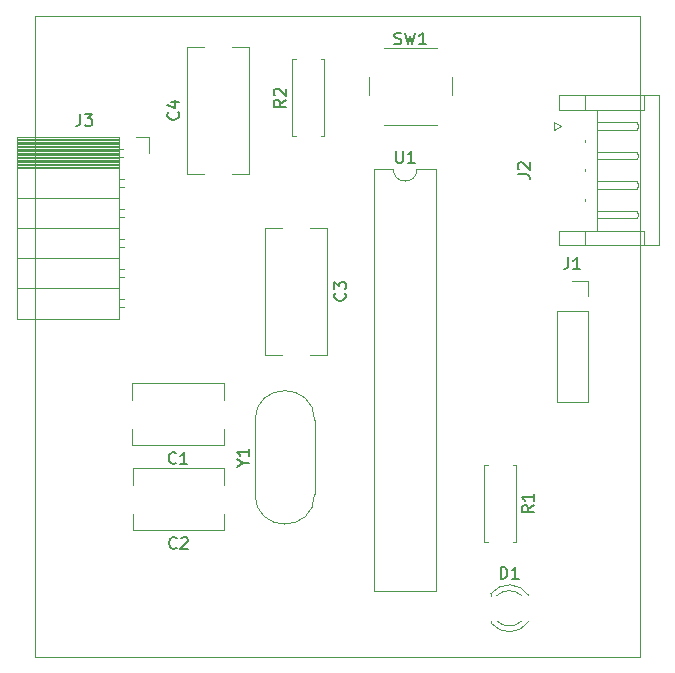
<source format=gbr>
%TF.GenerationSoftware,KiCad,Pcbnew,9.0.1*%
%TF.CreationDate,2025-06-16T22:26:20+01:00*%
%TF.ProjectId,Test_2,54657374-5f32-42e6-9b69-6361645f7063,rev?*%
%TF.SameCoordinates,Original*%
%TF.FileFunction,Legend,Top*%
%TF.FilePolarity,Positive*%
%FSLAX46Y46*%
G04 Gerber Fmt 4.6, Leading zero omitted, Abs format (unit mm)*
G04 Created by KiCad (PCBNEW 9.0.1) date 2025-06-16 22:26:20*
%MOMM*%
%LPD*%
G01*
G04 APERTURE LIST*
%ADD10C,0.150000*%
%ADD11C,0.120000*%
%TA.AperFunction,Profile*%
%ADD12C,0.050000*%
%TD*%
G04 APERTURE END LIST*
D10*
X142263905Y-106714819D02*
X142263905Y-105714819D01*
X142263905Y-105714819D02*
X142502000Y-105714819D01*
X142502000Y-105714819D02*
X142644857Y-105762438D01*
X142644857Y-105762438D02*
X142740095Y-105857676D01*
X142740095Y-105857676D02*
X142787714Y-105952914D01*
X142787714Y-105952914D02*
X142835333Y-106143390D01*
X142835333Y-106143390D02*
X142835333Y-106286247D01*
X142835333Y-106286247D02*
X142787714Y-106476723D01*
X142787714Y-106476723D02*
X142740095Y-106571961D01*
X142740095Y-106571961D02*
X142644857Y-106667200D01*
X142644857Y-106667200D02*
X142502000Y-106714819D01*
X142502000Y-106714819D02*
X142263905Y-106714819D01*
X143787714Y-106714819D02*
X143216286Y-106714819D01*
X143502000Y-106714819D02*
X143502000Y-105714819D01*
X143502000Y-105714819D02*
X143406762Y-105857676D01*
X143406762Y-105857676D02*
X143311524Y-105952914D01*
X143311524Y-105952914D02*
X143216286Y-106000533D01*
X143726819Y-72469333D02*
X144441104Y-72469333D01*
X144441104Y-72469333D02*
X144583961Y-72516952D01*
X144583961Y-72516952D02*
X144679200Y-72612190D01*
X144679200Y-72612190D02*
X144726819Y-72755047D01*
X144726819Y-72755047D02*
X144726819Y-72850285D01*
X143822057Y-72040761D02*
X143774438Y-71993142D01*
X143774438Y-71993142D02*
X143726819Y-71897904D01*
X143726819Y-71897904D02*
X143726819Y-71659809D01*
X143726819Y-71659809D02*
X143774438Y-71564571D01*
X143774438Y-71564571D02*
X143822057Y-71516952D01*
X143822057Y-71516952D02*
X143917295Y-71469333D01*
X143917295Y-71469333D02*
X144012533Y-71469333D01*
X144012533Y-71469333D02*
X144155390Y-71516952D01*
X144155390Y-71516952D02*
X144726819Y-72088380D01*
X144726819Y-72088380D02*
X144726819Y-71469333D01*
X114973580Y-67222666D02*
X115021200Y-67270285D01*
X115021200Y-67270285D02*
X115068819Y-67413142D01*
X115068819Y-67413142D02*
X115068819Y-67508380D01*
X115068819Y-67508380D02*
X115021200Y-67651237D01*
X115021200Y-67651237D02*
X114925961Y-67746475D01*
X114925961Y-67746475D02*
X114830723Y-67794094D01*
X114830723Y-67794094D02*
X114640247Y-67841713D01*
X114640247Y-67841713D02*
X114497390Y-67841713D01*
X114497390Y-67841713D02*
X114306914Y-67794094D01*
X114306914Y-67794094D02*
X114211676Y-67746475D01*
X114211676Y-67746475D02*
X114116438Y-67651237D01*
X114116438Y-67651237D02*
X114068819Y-67508380D01*
X114068819Y-67508380D02*
X114068819Y-67413142D01*
X114068819Y-67413142D02*
X114116438Y-67270285D01*
X114116438Y-67270285D02*
X114164057Y-67222666D01*
X114402152Y-66365523D02*
X115068819Y-66365523D01*
X114021200Y-66603618D02*
X114735485Y-66841713D01*
X114735485Y-66841713D02*
X114735485Y-66222666D01*
X148002666Y-79488819D02*
X148002666Y-80203104D01*
X148002666Y-80203104D02*
X147955047Y-80345961D01*
X147955047Y-80345961D02*
X147859809Y-80441200D01*
X147859809Y-80441200D02*
X147716952Y-80488819D01*
X147716952Y-80488819D02*
X147621714Y-80488819D01*
X149002666Y-80488819D02*
X148431238Y-80488819D01*
X148716952Y-80488819D02*
X148716952Y-79488819D01*
X148716952Y-79488819D02*
X148621714Y-79631676D01*
X148621714Y-79631676D02*
X148526476Y-79726914D01*
X148526476Y-79726914D02*
X148431238Y-79774533D01*
X114833333Y-104109580D02*
X114785714Y-104157200D01*
X114785714Y-104157200D02*
X114642857Y-104204819D01*
X114642857Y-104204819D02*
X114547619Y-104204819D01*
X114547619Y-104204819D02*
X114404762Y-104157200D01*
X114404762Y-104157200D02*
X114309524Y-104061961D01*
X114309524Y-104061961D02*
X114261905Y-103966723D01*
X114261905Y-103966723D02*
X114214286Y-103776247D01*
X114214286Y-103776247D02*
X114214286Y-103633390D01*
X114214286Y-103633390D02*
X114261905Y-103442914D01*
X114261905Y-103442914D02*
X114309524Y-103347676D01*
X114309524Y-103347676D02*
X114404762Y-103252438D01*
X114404762Y-103252438D02*
X114547619Y-103204819D01*
X114547619Y-103204819D02*
X114642857Y-103204819D01*
X114642857Y-103204819D02*
X114785714Y-103252438D01*
X114785714Y-103252438D02*
X114833333Y-103300057D01*
X115214286Y-103300057D02*
X115261905Y-103252438D01*
X115261905Y-103252438D02*
X115357143Y-103204819D01*
X115357143Y-103204819D02*
X115595238Y-103204819D01*
X115595238Y-103204819D02*
X115690476Y-103252438D01*
X115690476Y-103252438D02*
X115738095Y-103300057D01*
X115738095Y-103300057D02*
X115785714Y-103395295D01*
X115785714Y-103395295D02*
X115785714Y-103490533D01*
X115785714Y-103490533D02*
X115738095Y-103633390D01*
X115738095Y-103633390D02*
X115166667Y-104204819D01*
X115166667Y-104204819D02*
X115785714Y-104204819D01*
X114783333Y-96909580D02*
X114735714Y-96957200D01*
X114735714Y-96957200D02*
X114592857Y-97004819D01*
X114592857Y-97004819D02*
X114497619Y-97004819D01*
X114497619Y-97004819D02*
X114354762Y-96957200D01*
X114354762Y-96957200D02*
X114259524Y-96861961D01*
X114259524Y-96861961D02*
X114211905Y-96766723D01*
X114211905Y-96766723D02*
X114164286Y-96576247D01*
X114164286Y-96576247D02*
X114164286Y-96433390D01*
X114164286Y-96433390D02*
X114211905Y-96242914D01*
X114211905Y-96242914D02*
X114259524Y-96147676D01*
X114259524Y-96147676D02*
X114354762Y-96052438D01*
X114354762Y-96052438D02*
X114497619Y-96004819D01*
X114497619Y-96004819D02*
X114592857Y-96004819D01*
X114592857Y-96004819D02*
X114735714Y-96052438D01*
X114735714Y-96052438D02*
X114783333Y-96100057D01*
X115735714Y-97004819D02*
X115164286Y-97004819D01*
X115450000Y-97004819D02*
X115450000Y-96004819D01*
X115450000Y-96004819D02*
X115354762Y-96147676D01*
X115354762Y-96147676D02*
X115259524Y-96242914D01*
X115259524Y-96242914D02*
X115164286Y-96290533D01*
X145064819Y-100496666D02*
X144588628Y-100829999D01*
X145064819Y-101068094D02*
X144064819Y-101068094D01*
X144064819Y-101068094D02*
X144064819Y-100687142D01*
X144064819Y-100687142D02*
X144112438Y-100591904D01*
X144112438Y-100591904D02*
X144160057Y-100544285D01*
X144160057Y-100544285D02*
X144255295Y-100496666D01*
X144255295Y-100496666D02*
X144398152Y-100496666D01*
X144398152Y-100496666D02*
X144493390Y-100544285D01*
X144493390Y-100544285D02*
X144541009Y-100591904D01*
X144541009Y-100591904D02*
X144588628Y-100687142D01*
X144588628Y-100687142D02*
X144588628Y-101068094D01*
X145064819Y-99544285D02*
X145064819Y-100115713D01*
X145064819Y-99829999D02*
X144064819Y-99829999D01*
X144064819Y-99829999D02*
X144207676Y-99925237D01*
X144207676Y-99925237D02*
X144302914Y-100020475D01*
X144302914Y-100020475D02*
X144350533Y-100115713D01*
X124068819Y-66166666D02*
X123592628Y-66499999D01*
X124068819Y-66738094D02*
X123068819Y-66738094D01*
X123068819Y-66738094D02*
X123068819Y-66357142D01*
X123068819Y-66357142D02*
X123116438Y-66261904D01*
X123116438Y-66261904D02*
X123164057Y-66214285D01*
X123164057Y-66214285D02*
X123259295Y-66166666D01*
X123259295Y-66166666D02*
X123402152Y-66166666D01*
X123402152Y-66166666D02*
X123497390Y-66214285D01*
X123497390Y-66214285D02*
X123545009Y-66261904D01*
X123545009Y-66261904D02*
X123592628Y-66357142D01*
X123592628Y-66357142D02*
X123592628Y-66738094D01*
X123164057Y-65785713D02*
X123116438Y-65738094D01*
X123116438Y-65738094D02*
X123068819Y-65642856D01*
X123068819Y-65642856D02*
X123068819Y-65404761D01*
X123068819Y-65404761D02*
X123116438Y-65309523D01*
X123116438Y-65309523D02*
X123164057Y-65261904D01*
X123164057Y-65261904D02*
X123259295Y-65214285D01*
X123259295Y-65214285D02*
X123354533Y-65214285D01*
X123354533Y-65214285D02*
X123497390Y-65261904D01*
X123497390Y-65261904D02*
X124068819Y-65833332D01*
X124068819Y-65833332D02*
X124068819Y-65214285D01*
X133286667Y-61431200D02*
X133429524Y-61478819D01*
X133429524Y-61478819D02*
X133667619Y-61478819D01*
X133667619Y-61478819D02*
X133762857Y-61431200D01*
X133762857Y-61431200D02*
X133810476Y-61383580D01*
X133810476Y-61383580D02*
X133858095Y-61288342D01*
X133858095Y-61288342D02*
X133858095Y-61193104D01*
X133858095Y-61193104D02*
X133810476Y-61097866D01*
X133810476Y-61097866D02*
X133762857Y-61050247D01*
X133762857Y-61050247D02*
X133667619Y-61002628D01*
X133667619Y-61002628D02*
X133477143Y-60955009D01*
X133477143Y-60955009D02*
X133381905Y-60907390D01*
X133381905Y-60907390D02*
X133334286Y-60859771D01*
X133334286Y-60859771D02*
X133286667Y-60764533D01*
X133286667Y-60764533D02*
X133286667Y-60669295D01*
X133286667Y-60669295D02*
X133334286Y-60574057D01*
X133334286Y-60574057D02*
X133381905Y-60526438D01*
X133381905Y-60526438D02*
X133477143Y-60478819D01*
X133477143Y-60478819D02*
X133715238Y-60478819D01*
X133715238Y-60478819D02*
X133858095Y-60526438D01*
X134191429Y-60478819D02*
X134429524Y-61478819D01*
X134429524Y-61478819D02*
X134620000Y-60764533D01*
X134620000Y-60764533D02*
X134810476Y-61478819D01*
X134810476Y-61478819D02*
X135048572Y-60478819D01*
X135953333Y-61478819D02*
X135381905Y-61478819D01*
X135667619Y-61478819D02*
X135667619Y-60478819D01*
X135667619Y-60478819D02*
X135572381Y-60621676D01*
X135572381Y-60621676D02*
X135477143Y-60716914D01*
X135477143Y-60716914D02*
X135381905Y-60764533D01*
X133428095Y-70504819D02*
X133428095Y-71314342D01*
X133428095Y-71314342D02*
X133475714Y-71409580D01*
X133475714Y-71409580D02*
X133523333Y-71457200D01*
X133523333Y-71457200D02*
X133618571Y-71504819D01*
X133618571Y-71504819D02*
X133809047Y-71504819D01*
X133809047Y-71504819D02*
X133904285Y-71457200D01*
X133904285Y-71457200D02*
X133951904Y-71409580D01*
X133951904Y-71409580D02*
X133999523Y-71314342D01*
X133999523Y-71314342D02*
X133999523Y-70504819D01*
X134999523Y-71504819D02*
X134428095Y-71504819D01*
X134713809Y-71504819D02*
X134713809Y-70504819D01*
X134713809Y-70504819D02*
X134618571Y-70647676D01*
X134618571Y-70647676D02*
X134523333Y-70742914D01*
X134523333Y-70742914D02*
X134428095Y-70790533D01*
X129077580Y-82542666D02*
X129125200Y-82590285D01*
X129125200Y-82590285D02*
X129172819Y-82733142D01*
X129172819Y-82733142D02*
X129172819Y-82828380D01*
X129172819Y-82828380D02*
X129125200Y-82971237D01*
X129125200Y-82971237D02*
X129029961Y-83066475D01*
X129029961Y-83066475D02*
X128934723Y-83114094D01*
X128934723Y-83114094D02*
X128744247Y-83161713D01*
X128744247Y-83161713D02*
X128601390Y-83161713D01*
X128601390Y-83161713D02*
X128410914Y-83114094D01*
X128410914Y-83114094D02*
X128315676Y-83066475D01*
X128315676Y-83066475D02*
X128220438Y-82971237D01*
X128220438Y-82971237D02*
X128172819Y-82828380D01*
X128172819Y-82828380D02*
X128172819Y-82733142D01*
X128172819Y-82733142D02*
X128220438Y-82590285D01*
X128220438Y-82590285D02*
X128268057Y-82542666D01*
X128172819Y-82209332D02*
X128172819Y-81590285D01*
X128172819Y-81590285D02*
X128553771Y-81923618D01*
X128553771Y-81923618D02*
X128553771Y-81780761D01*
X128553771Y-81780761D02*
X128601390Y-81685523D01*
X128601390Y-81685523D02*
X128649009Y-81637904D01*
X128649009Y-81637904D02*
X128744247Y-81590285D01*
X128744247Y-81590285D02*
X128982342Y-81590285D01*
X128982342Y-81590285D02*
X129077580Y-81637904D01*
X129077580Y-81637904D02*
X129125200Y-81685523D01*
X129125200Y-81685523D02*
X129172819Y-81780761D01*
X129172819Y-81780761D02*
X129172819Y-82066475D01*
X129172819Y-82066475D02*
X129125200Y-82161713D01*
X129125200Y-82161713D02*
X129077580Y-82209332D01*
X120453628Y-96916190D02*
X120929819Y-96916190D01*
X119929819Y-97249523D02*
X120453628Y-96916190D01*
X120453628Y-96916190D02*
X119929819Y-96582857D01*
X120929819Y-95725714D02*
X120929819Y-96297142D01*
X120929819Y-96011428D02*
X119929819Y-96011428D01*
X119929819Y-96011428D02*
X120072676Y-96106666D01*
X120072676Y-96106666D02*
X120167914Y-96201904D01*
X120167914Y-96201904D02*
X120215533Y-96297142D01*
X106686666Y-67359819D02*
X106686666Y-68074104D01*
X106686666Y-68074104D02*
X106639047Y-68216961D01*
X106639047Y-68216961D02*
X106543809Y-68312200D01*
X106543809Y-68312200D02*
X106400952Y-68359819D01*
X106400952Y-68359819D02*
X106305714Y-68359819D01*
X107067619Y-67359819D02*
X107686666Y-67359819D01*
X107686666Y-67359819D02*
X107353333Y-67740771D01*
X107353333Y-67740771D02*
X107496190Y-67740771D01*
X107496190Y-67740771D02*
X107591428Y-67788390D01*
X107591428Y-67788390D02*
X107639047Y-67836009D01*
X107639047Y-67836009D02*
X107686666Y-67931247D01*
X107686666Y-67931247D02*
X107686666Y-68169342D01*
X107686666Y-68169342D02*
X107639047Y-68264580D01*
X107639047Y-68264580D02*
X107591428Y-68312200D01*
X107591428Y-68312200D02*
X107496190Y-68359819D01*
X107496190Y-68359819D02*
X107210476Y-68359819D01*
X107210476Y-68359819D02*
X107115238Y-68312200D01*
X107115238Y-68312200D02*
X107067619Y-68264580D01*
D11*
%TO.C,D1*%
X141442000Y-107984000D02*
X141442000Y-108140000D01*
X141442000Y-110300000D02*
X141442000Y-110456000D01*
X141442000Y-107984484D02*
G75*
G02*
X144673397Y-108139939I1560000J-1235516D01*
G01*
X141961039Y-108140000D02*
G75*
G02*
X144042910Y-108139951I1040961J-1080000D01*
G01*
X144042910Y-110300049D02*
G75*
G02*
X141961039Y-110300000I-1040910J1080049D01*
G01*
X144673397Y-110300061D02*
G75*
G02*
X141442000Y-110455516I-1671397J1080061D01*
G01*
%TO.C,J2*%
X146751500Y-68086000D02*
X146751500Y-68686000D01*
X146751500Y-68686000D02*
X147351500Y-68386000D01*
X147241500Y-65776000D02*
X155661500Y-65776000D01*
X147241500Y-66996000D02*
X147241500Y-65776000D01*
X147241500Y-77276000D02*
X149441500Y-77276000D01*
X147241500Y-78496000D02*
X147241500Y-77276000D01*
X147351500Y-68386000D02*
X146751500Y-68086000D01*
X149441500Y-66996000D02*
X147241500Y-66996000D01*
X149441500Y-66996000D02*
X149441500Y-65776000D01*
X149441500Y-69556000D02*
X149441500Y-69716000D01*
X149441500Y-72056000D02*
X149441500Y-72216000D01*
X149441500Y-74556000D02*
X149441500Y-74716000D01*
X149441500Y-77276000D02*
X149441500Y-78496000D01*
X150441500Y-66996000D02*
X150441500Y-77276000D01*
X150441500Y-68066000D02*
X153861500Y-68066000D01*
X150441500Y-68386000D02*
X150441500Y-68066000D01*
X150441500Y-68706000D02*
X150441500Y-68386000D01*
X150441500Y-70566000D02*
X153861500Y-70566000D01*
X150441500Y-70886000D02*
X150441500Y-70566000D01*
X150441500Y-71206000D02*
X150441500Y-70886000D01*
X150441500Y-73066000D02*
X153861500Y-73066000D01*
X150441500Y-73386000D02*
X150441500Y-73066000D01*
X150441500Y-73706000D02*
X150441500Y-73386000D01*
X150441500Y-75566000D02*
X153861500Y-75566000D01*
X150441500Y-75886000D02*
X150441500Y-75566000D01*
X150441500Y-76206000D02*
X150441500Y-75886000D01*
X153861500Y-68066000D02*
X153941500Y-68386000D01*
X153861500Y-68706000D02*
X150441500Y-68706000D01*
X153861500Y-70566000D02*
X153941500Y-70886000D01*
X153861500Y-71206000D02*
X150441500Y-71206000D01*
X153861500Y-73066000D02*
X153941500Y-73386000D01*
X153861500Y-73706000D02*
X150441500Y-73706000D01*
X153861500Y-75566000D02*
X153941500Y-75886000D01*
X153861500Y-76206000D02*
X150441500Y-76206000D01*
X153941500Y-68386000D02*
X153861500Y-68706000D01*
X153941500Y-70886000D02*
X153861500Y-71206000D01*
X153941500Y-73386000D02*
X153861500Y-73706000D01*
X153941500Y-75886000D02*
X153861500Y-76206000D01*
X154441500Y-65776000D02*
X154441500Y-66996000D01*
X154441500Y-66996000D02*
X149441500Y-66996000D01*
X154441500Y-77276000D02*
X149441500Y-77276000D01*
X154441500Y-78496000D02*
X154441500Y-77276000D01*
X155661500Y-65776000D02*
X155661500Y-78496000D01*
X155661500Y-78496000D02*
X147241500Y-78496000D01*
%TO.C,C4*%
X115744000Y-61686000D02*
X117180000Y-61686000D01*
X115744000Y-72426000D02*
X115744000Y-61686000D01*
X115744000Y-72426000D02*
X117180000Y-72426000D01*
X119548000Y-61686000D02*
X120984000Y-61686000D01*
X119548000Y-72426000D02*
X120984000Y-72426000D01*
X120984000Y-72426000D02*
X120984000Y-61686000D01*
%TO.C,J1*%
X147006000Y-84074000D02*
X147006000Y-91754000D01*
X147006000Y-84074000D02*
X149666000Y-84074000D01*
X147006000Y-91754000D02*
X149666000Y-91754000D01*
X148336000Y-81474000D02*
X149666000Y-81474000D01*
X149666000Y-81474000D02*
X149666000Y-82804000D01*
X149666000Y-84074000D02*
X149666000Y-91754000D01*
%TO.C,C2*%
X111130000Y-98766000D02*
X111130000Y-97380000D01*
X111130000Y-102620000D02*
X111130000Y-101234000D01*
X118870000Y-97380000D02*
X111130000Y-97380000D01*
X118870000Y-98766000D02*
X118870000Y-97380000D01*
X118870000Y-102620000D02*
X111130000Y-102620000D01*
X118870000Y-102620000D02*
X118870000Y-101234000D01*
%TO.C,C1*%
X111080000Y-91566000D02*
X111080000Y-90180000D01*
X111080000Y-95420000D02*
X111080000Y-94034000D01*
X118820000Y-90180000D02*
X111080000Y-90180000D01*
X118820000Y-91566000D02*
X118820000Y-90180000D01*
X118820000Y-95420000D02*
X111080000Y-95420000D01*
X118820000Y-95420000D02*
X118820000Y-94034000D01*
%TO.C,R1*%
X140870000Y-97060000D02*
X140870000Y-103600000D01*
X140870000Y-103600000D02*
X141200000Y-103600000D01*
X141200000Y-97060000D02*
X140870000Y-97060000D01*
X143280000Y-97060000D02*
X143610000Y-97060000D01*
X143610000Y-97060000D02*
X143610000Y-103600000D01*
X143610000Y-103600000D02*
X143280000Y-103600000D01*
%TO.C,R2*%
X124614000Y-62730000D02*
X124944000Y-62730000D01*
X124614000Y-69270000D02*
X124614000Y-62730000D01*
X124944000Y-69270000D02*
X124614000Y-69270000D01*
X127024000Y-69270000D02*
X127354000Y-69270000D01*
X127354000Y-62730000D02*
X127024000Y-62730000D01*
X127354000Y-69270000D02*
X127354000Y-62730000D01*
%TO.C,SW1*%
X131120000Y-64274000D02*
X131120000Y-65774000D01*
X132370000Y-68274000D02*
X136870000Y-68274000D01*
X136870000Y-61774000D02*
X132370000Y-61774000D01*
X138120000Y-65774000D02*
X138120000Y-64274000D01*
%TO.C,U1*%
X131540000Y-72050000D02*
X131540000Y-107730000D01*
X131540000Y-107730000D02*
X136840000Y-107730000D01*
X133190000Y-72050000D02*
X131540000Y-72050000D01*
X136840000Y-72050000D02*
X135190000Y-72050000D01*
X136840000Y-107730000D02*
X136840000Y-72050000D01*
X135190000Y-72050000D02*
G75*
G02*
X133190000Y-72050000I-1000000J0D01*
G01*
%TO.C,C3*%
X122348000Y-77006000D02*
X122348000Y-87746000D01*
X123784000Y-77006000D02*
X122348000Y-77006000D01*
X123784000Y-87746000D02*
X122348000Y-87746000D01*
X127588000Y-77006000D02*
X126152000Y-77006000D01*
X127588000Y-77006000D02*
X127588000Y-87746000D01*
X127588000Y-87746000D02*
X126152000Y-87746000D01*
%TO.C,Y1*%
X121475000Y-99565000D02*
X121475000Y-93315000D01*
X126525000Y-99565000D02*
X126525000Y-93315000D01*
X121475000Y-93315000D02*
G75*
G02*
X126525000Y-93315000I2525000J0D01*
G01*
X126525000Y-99565000D02*
G75*
G02*
X121475000Y-99565000I-2525000J0D01*
G01*
%TO.C,J3*%
X101310000Y-69345000D02*
X101310000Y-84705000D01*
X101310000Y-69345000D02*
X109940000Y-69345000D01*
X101310000Y-69465000D02*
X109940000Y-69465000D01*
X101310000Y-69583095D02*
X109940000Y-69583095D01*
X101310000Y-69701190D02*
X109940000Y-69701190D01*
X101310000Y-69819285D02*
X109940000Y-69819285D01*
X101310000Y-69937380D02*
X109940000Y-69937380D01*
X101310000Y-70055475D02*
X109940000Y-70055475D01*
X101310000Y-70173570D02*
X109940000Y-70173570D01*
X101310000Y-70291665D02*
X109940000Y-70291665D01*
X101310000Y-70409760D02*
X109940000Y-70409760D01*
X101310000Y-70527855D02*
X109940000Y-70527855D01*
X101310000Y-70645950D02*
X109940000Y-70645950D01*
X101310000Y-70764045D02*
X109940000Y-70764045D01*
X101310000Y-70882140D02*
X109940000Y-70882140D01*
X101310000Y-71000235D02*
X109940000Y-71000235D01*
X101310000Y-71118330D02*
X109940000Y-71118330D01*
X101310000Y-71236425D02*
X109940000Y-71236425D01*
X101310000Y-71354520D02*
X109940000Y-71354520D01*
X101310000Y-71472615D02*
X109940000Y-71472615D01*
X101310000Y-71590710D02*
X109940000Y-71590710D01*
X101310000Y-71708805D02*
X109940000Y-71708805D01*
X101310000Y-71826900D02*
X109940000Y-71826900D01*
X101310000Y-71945000D02*
X109940000Y-71945000D01*
X101310000Y-74485000D02*
X109940000Y-74485000D01*
X101310000Y-77025000D02*
X109940000Y-77025000D01*
X101310000Y-79565000D02*
X109940000Y-79565000D01*
X101310000Y-82105000D02*
X109940000Y-82105000D01*
X101310000Y-84705000D02*
X109940000Y-84705000D01*
X109940000Y-69345000D02*
X109940000Y-84705000D01*
X109940000Y-70315000D02*
X110290000Y-70315000D01*
X109940000Y-71035000D02*
X110290000Y-71035000D01*
X109940000Y-72855000D02*
X110350000Y-72855000D01*
X109940000Y-73575000D02*
X110350000Y-73575000D01*
X109940000Y-75395000D02*
X110350000Y-75395000D01*
X109940000Y-76115000D02*
X110350000Y-76115000D01*
X109940000Y-77935000D02*
X110350000Y-77935000D01*
X109940000Y-78655000D02*
X110350000Y-78655000D01*
X109940000Y-80475000D02*
X110350000Y-80475000D01*
X109940000Y-81195000D02*
X110350000Y-81195000D01*
X109940000Y-83015000D02*
X110350000Y-83015000D01*
X109940000Y-83735000D02*
X110350000Y-83735000D01*
X111400000Y-69345000D02*
X112510000Y-69345000D01*
X112510000Y-69345000D02*
X112510000Y-70675000D01*
%TD*%
D12*
X102889000Y-59100000D02*
X154048000Y-59100000D01*
X154048000Y-113316000D01*
X102889000Y-113316000D01*
X102889000Y-59100000D01*
M02*

</source>
